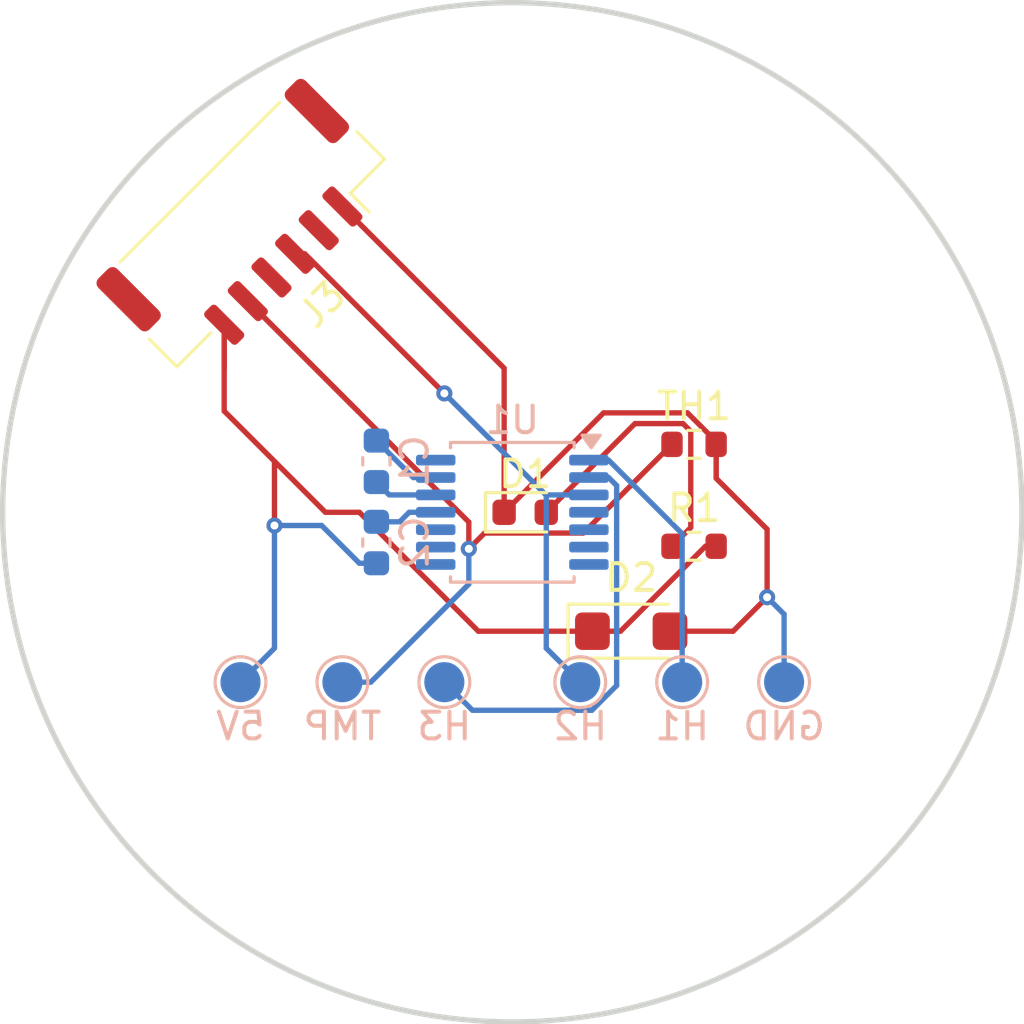
<source format=kicad_pcb>
(kicad_pcb (version 20241229) (generator "pcbnew") (generator_version "9.0")
  (layers (0 "F.Cu" signal) (2 "B.Cu" signal) (13 "F.Paste" user) (15 "B.Paste" user) (5 "F.SilkS" user "F.Silkscreen") (7 "B.SilkS" user "B.Silkscreen") (1 "F.Mask" user) (3 "B.Mask" user) (25 "Edge.Cuts" user))
  (net 0 "")
  (net 1 "/H3{slash}CS")
  (net 2 "/H2{slash}MISO")
  (net 3 "/Temp")
  (net 4 "+5V")
  (net 5 "/H1{slash}SCK")
  (net 6 "GND")
  (net 7 "Net-(U1-VDD5V)")
  (net 8 "Net-(U1-VDD3V)")
  (net 9 "Net-(U1-GND)")
  (net 14 "+3.3V")
  (net 18 "Net-(D1-A)")
  (net 19 "/H1{slash}CS")
  (net 20 "/H3{slash}SCK")
  (footprint "Connector_JST:JST_GH_SM06B-GHS-TB_1x06-1MP_P1.25mm_Horizontal" (layer "F.Cu") (at 91.7321 91.0716 -135)
    (property "Reference" "J3" (at 0 -3.899999 45) (layer "F.SilkS"))
    (property "Value" "Conn_01x06")
    (fp_line (start 5.485 -0.26) (end 5.485 -1.71) (stroke (width 0.12)) (layer "F.SilkS"))
    (fp_line (start 5.485 -1.71) (end 3.685 -1.71) (stroke (width 0.12)) (layer "F.SilkS"))
    (fp_line (start -4.215 2.559999) (end 4.215 2.559999) (stroke (width 0.12)) (layer "F.SilkS"))
    (fp_line (start -3.685 -1.71) (end -3.685 -2.7) (stroke (width 0.12)) (layer "F.SilkS"))
    (fp_line (start -5.485 -0.26) (end -5.485 -1.71) (stroke (width 0.12)) (layer "F.SilkS"))
    (fp_line (start -5.485 -1.71) (end -3.685 -1.71) (stroke (width 0.12)) (layer "F.SilkS"))
    (pad "1" smd roundrect (at -3.125 -1.85 225) (size 0.6 1.7) (layers "F.Cu" "F.Mask" "F.Paste") (net 6 "GND"))
    (pad "2" smd roundrect (at -1.875 -1.85 225) (size 0.6 1.7) (layers "F.Cu" "F.Mask" "F.Paste") (net 1 "/H3{slash}CS"))
    (pad "3" smd roundrect (at -0.625 -1.85 225) (size 0.6 1.7) (layers "F.Cu" "F.Mask" "F.Paste") (net 2 "/H2{slash}MISO"))
    (pad "4" smd roundrect (at 0.625 -1.85 225) (size 0.6 1.7) (layers "F.Cu" "F.Mask" "F.Paste") (net 5 "/H1{slash}SCK"))
    (pad "5" smd roundrect (at 1.875 -1.85 225) (size 0.6 1.7) (layers "F.Cu" "F.Mask" "F.Paste") (net 3 "/Temp"))
    (pad "6" smd roundrect (at 3.125 -1.85 225) (size 0.6 1.7) (layers "F.Cu" "F.Mask" "F.Paste") (net 4 "+5V"))
    (pad "MP" smd roundrect (at -4.975 1.35 225) (size 1 2.7) (layers "F.Cu" "F.Mask" "F.Paste"))
    (pad "MP" smd roundrect (at 4.975 1.35 225) (size 1 2.7) (layers "F.Cu" "F.Mask" "F.Paste"))
  )
  (footprint "Diode_SMD:D_SMF" (layer "F.Cu") (at 106.045 106.045)
    (property "Reference" "D2" (at 0 -2 0) (layer "F.SilkS"))
    (property "Value" "SMF5V0A")
    (fp_line (start -2.36 -1.01) (end -2.36 1.01) (stroke (width 0.12)) (layer "F.SilkS"))
    (fp_line (start -2.36 -1.01) (end 1.4 -1.01) (stroke (width 0.12)) (layer "F.SilkS"))
    (fp_line (start -2.36 1.01) (end 1.4 1.01) (stroke (width 0.12)) (layer "F.SilkS"))
    (pad "1" smd roundrect (at -1.45 0) (size 1.3 1.4) (layers "F.Cu" "F.Mask" "F.Paste") (roundrect_rratio 0.1923076923) (net 4 "+5V"))
    (pad "2" smd roundrect (at 1.45 0) (size 1.3 1.4) (layers "F.Cu" "F.Mask" "F.Paste") (roundrect_rratio 0.1923076923) (net 6 "GND"))
  )
  (footprint "MountingHole:MountingHole_4mm" (layer "F.Cu") (at 87.63 101.6)
    (property "Reference" "H11" (hide yes))
    (property "Value" "MountingHole" (hide yes))
    (pad "" np_thru_hole circle (at 0 0) (size 4 4) (drill 4) (layers "*.Cu" "*.Mask"))
  )
  (footprint "MountingHole:MountingHole_4mm" (layer "F.Cu") (at 115.57 101.6)
    (property "Reference" "H10" (hide yes))
    (property "Value" "MountingHole" (hide yes))
    (pad "" np_thru_hole circle (at 0 0) (size 4 4) (drill 4) (layers "*.Cu" "*.Mask"))
  )
  (footprint "LED_SMD:LED_0603_1608Metric" (layer "F.Cu") (at 102.0825 101.6)
    (property "Reference" "D1" (at 0 -1.43 0) (layer "F.SilkS"))
    (property "Value" "LED")
    (fp_line (start -1.485 -0.735) (end -1.485 0.735) (stroke (width 0.12)) (layer "F.SilkS"))
    (fp_line (start -1.485 0.735) (end 0.8 0.735) (stroke (width 0.12)) (layer "F.SilkS"))
    (fp_line (start 0.8 -0.735) (end -1.485 -0.735) (stroke (width 0.12)) (layer "F.SilkS"))
    (pad "1" smd roundrect (at -0.7875 0) (size 0.875 0.95) (layers "F.Cu" "F.Mask" "F.Paste") (net 6 "GND"))
    (pad "2" smd roundrect (at 0.7875 0) (size 0.875 0.95) (layers "F.Cu" "F.Mask" "F.Paste") (net 18 "Net-(D1-A)"))
  )
  (footprint "Resistor_SMD:R_0603_1608Metric" (layer "F.Cu") (at 108.395 99.06)
    (property "Reference" "TH1" (at 0 -1.43 0) (layer "F.SilkS"))
    (property "Value" "10k")
    (fp_line (start -0.237258 -0.5225) (end 0.237258 -0.5225) (stroke (width 0.12)) (layer "F.SilkS"))
    (fp_line (start -0.237258 0.5225) (end 0.237258 0.5225) (stroke (width 0.12)) (layer "F.SilkS"))
    (pad "1" smd roundrect (at -0.825 0) (size 0.8 0.95) (layers "F.Cu" "F.Mask" "F.Paste") (net 3 "/Temp"))
    (pad "2" smd roundrect (at 0.825 0) (size 0.8 0.95) (layers "F.Cu" "F.Mask" "F.Paste") (net 6 "GND"))
  )
  (footprint "MountingHole:MountingHole_4mm" (layer "F.Cu") (at 101.6 87.63 180)
    (property "Reference" "H13" (hide yes))
    (property "Value" "MountingHole" (hide yes))
    (pad "" np_thru_hole circle (at 0 0 180) (size 4 4) (drill 4) (layers "*.Cu" "*.Mask"))
  )
  (footprint "MountingHole:MountingHole_4mm" (layer "F.Cu") (at 101.6 115.57)
    (property "Reference" "H12" (hide yes))
    (property "Value" "MountingHole" (hide yes))
    (pad "" np_thru_hole circle (at 0 0) (size 4 4) (drill 4) (layers "*.Cu" "*.Mask"))
  )
  (footprint "Resistor_SMD:R_0603_1608Metric" (layer "F.Cu") (at 108.395 102.87)
    (property "Reference" "R1" (at 0 -1.43 0) (layer "F.SilkS"))
    (property "Value" "10k")
    (fp_line (start -0.237258 -0.5225) (end 0.237258 -0.5225) (stroke (width 0.12)) (layer "F.SilkS"))
    (fp_line (start -0.237258 0.5225) (end 0.237258 0.5225) (stroke (width 0.12)) (layer "F.SilkS"))
    (pad "1" smd roundrect (at -0.825 0) (size 0.8 0.95) (layers "F.Cu" "F.Mask" "F.Paste") (net 18 "Net-(D1-A)"))
    (pad "2" smd roundrect (at 0.825 0) (size 0.8 0.95) (layers "F.Cu" "F.Mask" "F.Paste") (net 4 "+5V"))
  )
  (footprint "TestPoint:TestPoint_Pad_D1.5mm" (layer "B.Cu") (at 95.25 107.95)
    (property "Reference" "TMP" (at 0 1.648 0) (layer "B.SilkS") (effects (justify mirror)))
    (property "Value" "TestPoint_Alt")
    (fp_circle (center 0 0) (end 0 -0.95) (stroke (width 0.12)) (fill no) (layer "B.SilkS"))
    (pad "1" smd circle (at 0 0) (size 1.5 1.5) (layers "B.Cu" "B.Mask") (net 3 "/Temp"))
  )
  (footprint "Capacitor_SMD:C_0603_1608Metric" (layer "B.Cu") (at 96.52 99.695 90)
    (property "Reference" "C1" (at 0 1.43 90) (layer "B.SilkS") (effects (justify mirror)))
    (property "Value" "10u")
    (fp_line (start -0.14058 -0.51) (end 0.14058 -0.51) (stroke (width 0.12)) (layer "B.SilkS"))
    (fp_line (start -0.14058 0.51) (end 0.14058 0.51) (stroke (width 0.12)) (layer "B.SilkS"))
    (pad "1" smd roundrect (at -0.775 0 90) (size 0.9 0.95) (layers "B.Cu" "B.Mask" "B.Paste") (net 8 "Net-(U1-VDD3V)"))
    (pad "2" smd roundrect (at 0.775 0 90) (size 0.9 0.95) (layers "B.Cu" "B.Mask" "B.Paste") (net 9 "Net-(U1-GND)"))
  )
  (footprint "Capacitor_SMD:C_0603_1608Metric" (layer "B.Cu") (at 96.52 102.73 90)
    (property "Reference" "C2" (at 0 1.43 90) (layer "B.SilkS") (effects (justify mirror)))
    (property "Value" "100n")
    (fp_line (start -0.14058 -0.51) (end 0.14058 -0.51) (stroke (width 0.12)) (layer "B.SilkS"))
    (fp_line (start -0.14058 0.51) (end 0.14058 0.51) (stroke (width 0.12)) (layer "B.SilkS"))
    (pad "1" smd roundrect (at -0.775 0 90) (size 0.9 0.95) (layers "B.Cu" "B.Mask" "B.Paste") (net 4 "+5V"))
    (pad "2" smd roundrect (at 0.775 0 90) (size 0.9 0.95) (layers "B.Cu" "B.Mask" "B.Paste") (net 7 "Net-(U1-VDD5V)"))
  )
  (footprint "TestPoint:TestPoint_Pad_D1.5mm" (layer "B.Cu") (at 111.76 107.95)
    (property "Reference" "GND" (at 0 1.648 0) (layer "B.SilkS") (effects (justify mirror)))
    (property "Value" "TestPoint_Alt")
    (fp_circle (center 0 0) (end 0 -0.95) (stroke (width 0.12)) (fill no) (layer "B.SilkS"))
    (pad "1" smd circle (at 0 0) (size 1.5 1.5) (layers "B.Cu" "B.Mask") (net 6 "GND"))
  )
  (footprint "TestPoint:TestPoint_Pad_D1.5mm" (layer "B.Cu") (at 99.06 107.95)
    (property "Reference" "H3" (at 0 1.648 0) (layer "B.SilkS") (effects (justify mirror)))
    (property "Value" "TestPoint_Alt")
    (fp_circle (center 0 0) (end 0 -0.95) (stroke (width 0.12)) (fill no) (layer "B.SilkS"))
    (pad "1" smd circle (at 0 0) (size 1.5 1.5) (layers "B.Cu" "B.Mask") (net 20 "/H3{slash}SCK"))
  )
  (footprint "Package_SO:TSSOP-14_4.4x5mm_P0.65mm" (layer "B.Cu") (at 101.6 101.6 180)
    (property "Reference" "U1" (at 0 3.45 0) (layer "B.SilkS") (effects (justify mirror)))
    (property "Value" "AS5048A")
    (fp_line (start 2.31 2.61) (end 2.31 2.41) (stroke (width 0.12)) (layer "B.SilkS"))
    (fp_line (start 2.31 -2.41) (end 2.31 -2.61) (stroke (width 0.12)) (layer "B.SilkS"))
    (fp_line (start 2.31 -2.61) (end -2.31 -2.61) (stroke (width 0.12)) (layer "B.SilkS"))
    (fp_line (start -2.31 2.61) (end 2.31 2.61) (stroke (width 0.12)) (layer "B.SilkS"))
    (fp_line (start -2.31 2.41) (end -2.31 2.61) (stroke (width 0.12)) (layer "B.SilkS"))
    (fp_line (start -2.31 -2.61) (end -2.31 -2.41) (stroke (width 0.12)) (layer "B.SilkS"))
    (fp_poly (pts (xy -2.95 2.41) (xy -3.29 2.88) (xy -2.61 2.88)) (stroke (width 0.12)) (fill yes) (layer "B.SilkS"))
    (pad "1" smd roundrect (at -2.8625 1.95 180) (size 1.475 0.4) (layers "B.Cu" "B.Mask" "B.Paste") (net 19 "/H1{slash}CS"))
    (pad "2" smd roundrect (at -2.8625 1.3 180) (size 1.475 0.4) (layers "B.Cu" "B.Mask" "B.Paste") (net 20 "/H3{slash}SCK"))
    (pad "3" smd roundrect (at -2.8625 0.65 180) (size 1.475 0.4) (layers "B.Cu" "B.Mask" "B.Paste") (net 2 "/H2{slash}MISO"))
    (pad "4" smd roundrect (at -2.8625 0 180) (size 1.475 0.4) (layers "B.Cu" "B.Mask" "B.Paste") (net 14 "+3.3V"))
    (pad "5" smd roundrect (at -2.8625 -0.65 180) (size 1.475 0.4) (layers "B.Cu" "B.Mask" "B.Paste"))
    (pad "6" smd roundrect (at -2.8625 -1.3 180) (size 1.475 0.4) (layers "B.Cu" "B.Mask" "B.Paste"))
    (pad "7" smd roundrect (at -2.8625 -1.95 180) (size 1.475 0.4) (layers "B.Cu" "B.Mask" "B.Paste"))
    (pad "8" smd roundrect (at 2.8625 -1.95 180) (size 1.475 0.4) (layers "B.Cu" "B.Mask" "B.Paste"))
    (pad "9" smd roundrect (at 2.8625 -1.3 180) (size 1.475 0.4) (layers "B.Cu" "B.Mask" "B.Paste"))
    (pad "10" smd roundrect (at 2.8625 -0.65 180) (size 1.475 0.4) (layers "B.Cu" "B.Mask" "B.Paste"))
    (pad "11" smd roundrect (at 2.8625 0 180) (size 1.475 0.4) (layers "B.Cu" "B.Mask" "B.Paste") (net 7 "Net-(U1-VDD5V)"))
    (pad "12" smd roundrect (at 2.8625 0.65 180) (size 1.475 0.4) (layers "B.Cu" "B.Mask" "B.Paste") (net 8 "Net-(U1-VDD3V)"))
    (pad "13" smd roundrect (at 2.8625 1.3 180) (size 1.475 0.4) (layers "B.Cu" "B.Mask" "B.Paste") (net 9 "Net-(U1-GND)"))
    (pad "14" smd roundrect (at 2.8625 1.95 180) (size 1.475 0.4) (layers "B.Cu" "B.Mask" "B.Paste"))
  )
  (footprint "TestPoint:TestPoint_Pad_D1.5mm" (layer "B.Cu") (at 104.14 107.95)
    (property "Reference" "H2" (at 0 1.648 0) (layer "B.SilkS") (effects (justify mirror)))
    (property "Value" "TestPoint_Alt")
    (fp_circle (center 0 0) (end 0 -0.95) (stroke (width 0.12)) (fill no) (layer "B.SilkS"))
    (pad "1" smd circle (at 0 0) (size 1.5 1.5) (layers "B.Cu" "B.Mask") (net 2 "/H2{slash}MISO"))
  )
  (footprint "TestPoint:TestPoint_Pad_D1.5mm" (layer "B.Cu") (at 107.95 107.95)
    (property "Reference" "H1" (at 0 1.648 0) (layer "B.SilkS") (effects (justify mirror)))
    (property "Value" "TestPoint_Alt")
    (fp_circle (center 0 0) (end 0 -0.95) (stroke (width 0.12)) (fill no) (layer "B.SilkS"))
    (pad "1" smd circle (at 0 0) (size 1.5 1.5) (layers "B.Cu" "B.Mask") (net 19 "/H1{slash}CS"))
  )
  (footprint "TestPoint:TestPoint_Pad_D1.5mm" (layer "B.Cu") (at 91.44 107.95)
    (property "Reference" "5V" (at 0 1.648 0) (layer "B.SilkS") (effects (justify mirror)))
    (property "Value" "TestPoint_Alt")
    (fp_circle (center 0 0) (end 0 -0.95) (stroke (width 0.12)) (fill no) (layer "B.SilkS"))
    (pad "1" smd circle (at 0 0) (size 1.5 1.5) (layers "B.Cu" "B.Mask") (net 4 "+5V"))
  )
  (gr_circle (center 101.6 101.6) (end 120.65 101.6) (stroke (width 0.2)) (fill no) (layer "Edge.Cuts"))
  (segment (start 93.4822 91.9378) (end 93.8428 91.9378) (width 0.2) (layer "F.Cu") (net 2))
  (segment (start 93.8428 91.9378) (end 99.06 97.155) (width 0.2) (layer "F.Cu") (net 2))
  (via (at 99.06 97.155) (size 0.6) (drill 0.3) (layers "F.Cu" "B.Cu") (net 2))
  (segment (start 102.855 100.95) (end 102.87 100.95) (width 0.2) (layer "B.Cu") (net 2))
  (segment (start 99.06 97.155) (end 102.855 100.95) (width 0.2) (layer "B.Cu") (net 2))
  (segment (start 104.4625 100.95) (end 104.462 100.95) (width 0.2) (layer "B.Cu") (net 2))
  (segment (start 102.87 100.95) (end 104.462 100.95) (width 0.2) (layer "B.Cu") (net 2))
  (segment (start 102.87 106.68) (end 102.87 100.95) (width 0.2) (layer "B.Cu") (net 2))
  (segment (start 104.14 107.95) (end 102.87 106.68) (width 0.2) (layer "B.Cu") (net 2))
  (segment (start 99.975 101.966) (end 95.8447 97.8357) (width 0.2) (layer "F.Cu") (net 3))
  (segment (start 99.975 102.965) (end 99.975 101.966) (width 0.2) (layer "F.Cu") (net 3))
  (segment (start 99.975 102.965) (end 100.564 102.376) (width 0.2) (layer "F.Cu") (net 3))
  (segment (start 95.8447 97.8357) (end 91.7145 93.7055) (width 0.2) (layer "F.Cu") (net 3))
  (segment (start 104.254 102.376) (end 107.57 99.06) (width 0.2) (layer "F.Cu") (net 3))
  (segment (start 100.564 102.376) (end 104.254 102.376) (width 0.2) (layer "F.Cu") (net 3))
  (segment (start 95.8445 97.8357) (end 91.7144 93.7056) (width 0.2) (layer "F.Cu") (net 3))
  (segment (start 95.8447 97.8357) (end 95.8445 97.8357) (width 0.2) (layer "F.Cu") (net 3))
  (via (at 99.975 102.965) (size 0.6) (drill 0.3) (layers "F.Cu" "B.Cu") (net 3))
  (segment (start 96.3107 107.95) (end 99.975 104.286) (width 0.2) (layer "B.Cu") (net 3))
  (segment (start 95.25 107.95) (end 96.3107 107.95) (width 0.2) (layer "B.Cu") (net 3))
  (segment (start 99.975 104.286) (end 99.975 102.965) (width 0.2) (layer "B.Cu") (net 3))
  (segment (start 92.71 99.695) (end 90.8306 97.8156) (width 0.2) (layer "F.Cu") (net 4))
  (segment (start 104.595 106.045) (end 100.33 106.045) (width 0.2) (layer "F.Cu") (net 4))
  (segment (start 108.82 102.87) (end 105.645 106.045) (width 0.2) (layer "F.Cu") (net 4))
  (segment (start 90.8306 97.8156) (end 90.8306 96.2025) (width 0.2) (layer "F.Cu") (net 4))
  (segment (start 100.33 106.045) (end 95.885 101.6) (width 0.2) (layer "F.Cu") (net 4))
  (segment (start 92.71 102.094) (end 92.71 99.695) (width 0.2) (layer "F.Cu") (net 4))
  (segment (start 95.885 101.6) (end 94.615 101.6) (width 0.2) (layer "F.Cu") (net 4))
  (segment (start 90.8305 96.2024) (end 90.8305 94.5895) (width 0.2) (layer "F.Cu") (net 4))
  (segment (start 109.22 102.87) (end 108.82 102.87) (width 0.2) (layer "F.Cu") (net 4))
  (segment (start 105.645 106.045) (end 104.595 106.045) (width 0.2) (layer "F.Cu") (net 4))
  (segment (start 94.615 101.6) (end 92.71 99.695) (width 0.2) (layer "F.Cu") (net 4))
  (segment (start 90.8306 96.2025) (end 90.8306 94.5894) (width 0.2) (layer "F.Cu") (net 4))
  (segment (start 90.8306 96.2025) (end 90.8305 96.2024) (width 0.2) (layer "F.Cu") (net 4))
  (via (at 92.71 102.094) (size 0.6) (drill 0.3) (layers "F.Cu" "B.Cu") (net 4))
  (segment (start 95.885 103.505) (end 94.474 102.094) (width 0.2) (layer "B.Cu") (net 4))
  (segment (start 92.71 106.68) (end 91.44 107.95) (width 0.2) (layer "B.Cu") (net 4))
  (segment (start 92.71 102.094) (end 92.71 106.68) (width 0.2) (layer "B.Cu") (net 4))
  (segment (start 96.52 103.505) (end 95.885 103.505) (width 0.2) (layer "B.Cu") (net 4))
  (segment (start 94.474 102.094) (end 92.71 102.094) (width 0.2) (layer "B.Cu") (net 4))
  (segment (start 109.22 100.33) (end 109.22 99.06) (width 0.2) (layer "F.Cu") (net 6))
  (segment (start 108.149 97.883) (end 109.22 98.9538) (width 0.2) (layer "F.Cu") (net 6))
  (segment (start 101.295 96.215) (end 101.295 101.6) (width 0.2) (layer "F.Cu") (net 6))
  (segment (start 111.125 104.775) (end 111.125 102.235) (width 0.2) (layer "F.Cu") (net 6))
  (segment (start 105.012 97.883) (end 108.149 97.883) (width 0.2) (layer "F.Cu") (net 6))
  (segment (start 95.25 90.17) (end 101.295 96.215) (width 0.2) (layer "F.Cu") (net 6))
  (segment (start 107.495 106.045) (end 109.855 106.045) (width 0.2) (layer "F.Cu") (net 6))
  (segment (start 109.855 106.045) (end 111.125 104.775) (width 0.2) (layer "F.Cu") (net 6))
  (segment (start 111.125 102.235) (end 109.22 100.33) (width 0.2) (layer "F.Cu") (net 6))
  (segment (start 101.295 101.6) (end 105.012 97.883) (width 0.2) (layer "F.Cu") (net 6))
  (segment (start 109.22 98.9538) (end 109.22 100.33) (width 0.2) (layer "F.Cu") (net 6))
  (via (at 111.125 104.775) (size 0.6) (drill 0.3) (layers "F.Cu" "B.Cu") (net 6))
  (segment (start 111.76 105.41) (end 111.125 104.775) (width 0.2) (layer "B.Cu") (net 6))
  (segment (start 111.76 107.95) (end 111.76 105.41) (width 0.2) (layer "B.Cu") (net 6))
  (segment (start 98.7375 101.6) (end 97.7451 101.6) (width 0.2) (layer "B.Cu") (net 7))
  (segment (start 97.3901 101.955) (end 97.7451 101.6) (width 0.2) (layer "B.Cu") (net 7))
  (segment (start 96.52 101.955) (end 97.3901 101.955) (width 0.2) (layer "B.Cu") (net 7))
  (segment (start 97 100.95) (end 98.7375 100.95) (width 0.2) (layer "B.Cu") (net 8))
  (segment (start 96.52 100.47) (end 97 100.95) (width 0.2) (layer "B.Cu") (net 8))
  (segment (start 97.9 100.3) (end 98.7375 100.3) (width 0.2) (layer "B.Cu") (net 9))
  (segment (start 96.52 98.92) (end 97.9 100.3) (width 0.2) (layer "B.Cu") (net 9))
  (segment (start 108.271 102.169) (end 108.271 98.5719) (width 0.2) (layer "F.Cu") (net 18))
  (segment (start 107.57 102.87) (end 108.271 102.169) (width 0.2) (layer "F.Cu") (net 18))
  (segment (start 107.983 98.284) (end 106.186 98.284) (width 0.2) (layer "F.Cu") (net 18))
  (segment (start 108.271 98.5719) (end 107.983 98.284) (width 0.2) (layer "F.Cu") (net 18))
  (segment (start 106.186 98.284) (end 102.87 101.6) (width 0.2) (layer "F.Cu") (net 18))
  (segment (start 105.199999 99.65) (end 104.4625 99.65) (width 0.2) (layer "B.Cu") (net 19))
  (segment (start 107.95 107.95) (end 107.95 102.400001) (width 0.2) (layer "B.Cu") (net 19))
  (segment (start 107.95 102.400001) (end 105.199999 99.65) (width 0.2) (layer "B.Cu") (net 19))
  (segment (start 99.06 107.95) (end 100.111 109.001) (width 0.2) (layer "B.Cu") (net 20))
  (segment (start 105.199999 100.3) (end 104.4625 100.3) (width 0.2) (layer "B.Cu") (net 20))
  (segment (start 104.575339 109.001) (end 105.501 108.075339) (width 0.2) (layer "B.Cu") (net 20))
  (segment (start 100.111 109.001) (end 104.575339 109.001) (width 0.2) (layer "B.Cu") (net 20))
  (segment (start 105.501 100.601001) (end 105.199999 100.3) (width 0.2) (layer "B.Cu") (net 20))
  (segment (start 105.501 108.075339) (end 105.501 100.601001) (width 0.2) (layer "B.Cu") (net 20))
)
</source>
